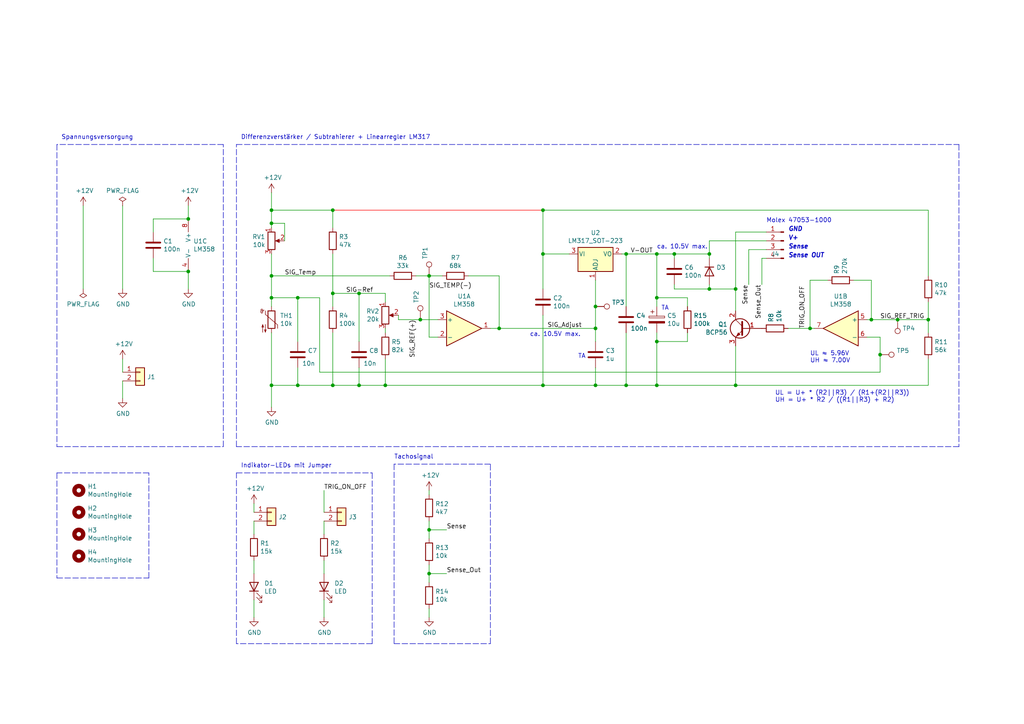
<source format=kicad_sch>
(kicad_sch (version 20211123) (generator eeschema)
  (paper "A4")
  (title_block (title "Analoge Lüftersteuerung") (rev "1") (comment 1 "Kai R."))
  (lib_symbols
    (symbol "Amplifier_Operational:LM358" (pin_names (offset 0.127))
      (property "Reference" "U" (at 0 5.08 0))
      (property "Value" "LM358" (at 0 -5.08 0))
      (symbol "LM358_1_1"
        (polyline (pts (xy -5.08 5.08) (xy 5.08 0) (xy -5.08 -5.08) (xy -5.08 5.08)) (stroke (width 0.254)) (fill (type background)))
        (pin output line (at 7.62 0 180) (length 2.54) (name "~") (number "1"))
        (pin input line (at -7.62 -2.54 0) (length 2.54) (name "-") (number "2"))
        (pin input line (at -7.62 2.54 0) (length 2.54) (name "+") (number "3"))
      )
      (symbol "LM358_2_1"
        (polyline (pts (xy -5.08 5.08) (xy 5.08 0) (xy -5.08 -5.08) (xy -5.08 5.08)) (stroke (width 0.254)) (fill (type background)))
        (pin input line (at -7.62 2.54 0) (length 2.54) (name "+") (number "5"))
        (pin input line (at -7.62 -2.54 0) (length 2.54) (name "-") (number "6"))
        (pin output line (at 7.62 0 180) (length 2.54) (name "~") (number "7"))
      )
      (symbol "LM358_3_1"
        (pin power_in line (at -2.54 -7.62 90) (length 3.81) (name "V-") (number "4"))
        (pin power_in line (at -2.54 7.62 270) (length 3.81) (name "V+") (number "8"))
      )
    )
    (symbol "Connector:Conn_01x04_Male" (pin_names (offset 1.016) hide)
      (property "Reference" "J" (at 0 5.08 0))
      (property "Value" "Conn_01x04_Male" (at 0 -7.62 0))
      (symbol "Conn_01x04_Male_1_1"
        (polyline (pts (xy 1.27 -5.08) (xy 0.8636 -5.08)) (stroke (width 0.1524)))
        (polyline (pts (xy 1.27 -2.54) (xy 0.8636 -2.54)) (stroke (width 0.1524)))
        (polyline (pts (xy 1.27 0) (xy 0.8636 0)) (stroke (width 0.1524)))
        (polyline (pts (xy 1.27 2.54) (xy 0.8636 2.54)) (stroke (width 0.1524)))
        (rectangle (start 0.8636 -4.953) (end 0 -5.207) (stroke (width 0.1524)) (fill (type outline)))
        (rectangle (start 0.8636 -2.413) (end 0 -2.667) (stroke (width 0.1524)) (fill (type outline)))
        (rectangle (start 0.8636 0.127) (end 0 -0.127) (stroke (width 0.1524)) (fill (type outline)))
        (rectangle (start 0.8636 2.667) (end 0 2.413) (stroke (width 0.1524)) (fill (type outline)))
        (pin passive line (at 5.08 2.54 180) (length 3.81) (name "Pin_1") (number "1"))
        (pin passive line (at 5.08 0 180) (length 3.81) (name "Pin_2") (number "2"))
        (pin passive line (at 5.08 -2.54 180) (length 3.81) (name "Pin_3") (number "3"))
        (pin passive line (at 5.08 -5.08 180) (length 3.81) (name "Pin_4") (number "4"))
      )
    )
    (symbol "Connector:TestPoint" (pin_numbers hide) (pin_names (offset 0.762) hide)
      (property "Reference" "TP" (at 0 6.858 0))
      (property "Value" "TestPoint" (at 0 5.08 0))
      (symbol "TestPoint_0_1"
        (circle (center 0 3.302) (radius 0.762))
      )
      (symbol "TestPoint_1_1"
        (pin passive line (at 0 0 90) (length 2.54) (name "1") (number "1"))
      )
    )
    (symbol "Connector_Generic:Conn_01x02" (pin_names (offset 1.016) hide)
      (property "Reference" "J" (at 0 2.54 0))
      (property "Value" "Conn_01x02" (at 0 -5.08 0))
      (symbol "Conn_01x02_1_1"
        (rectangle (start -1.27 -2.413) (end 0 -2.667) (stroke (width 0.1524)))
        (rectangle (start -1.27 0.127) (end 0 -0.127) (stroke (width 0.1524)))
        (rectangle (start -1.27 1.27) (end 1.27 -3.81) (stroke (width 0.254)) (fill (type background)))
        (pin passive line (at -5.08 0 0) (length 3.81) (name "Pin_1") (number "1"))
        (pin passive line (at -5.08 -2.54 0) (length 3.81) (name "Pin_2") (number "2"))
      )
    )
    (symbol "Device:C" (pin_numbers hide) (pin_names (offset 0.254))
      (property "Reference" "C" (at 0.635 2.54 0))
      (property "Value" "C" (at 0.635 -2.54 0))
      (symbol "C_0_1"
        (polyline (pts (xy -2.032 -0.762) (xy 2.032 -0.762)) (stroke (width 0.508)))
        (polyline (pts (xy -2.032 0.762) (xy 2.032 0.762)) (stroke (width 0.508)))
      )
      (symbol "C_1_1"
        (pin passive line (at 0 3.81 270) (length 2.794) (name "~") (number "1"))
        (pin passive line (at 0 -3.81 90) (length 2.794) (name "~") (number "2"))
      )
    )
    (symbol "Device:C_Polarized" (pin_numbers hide) (pin_names (offset 0.254))
      (property "Reference" "C" (at 0.635 2.54 0))
      (property "Value" "C_Polarized" (at 0.635 -2.54 0))
      (symbol "C_Polarized_0_1"
        (rectangle (start -2.286 0.508) (end 2.286 1.016))
        (polyline (pts (xy -1.778 2.286) (xy -0.762 2.286)))
        (polyline (pts (xy -1.27 2.794) (xy -1.27 1.778)))
        (rectangle (start 2.286 -0.508) (end -2.286 -1.016) (fill (type outline)))
      )
      (symbol "C_Polarized_1_1"
        (pin passive line (at 0 3.81 270) (length 2.794) (name "~") (number "1"))
        (pin passive line (at 0 -3.81 90) (length 2.794) (name "~") (number "2"))
      )
    )
    (symbol "Device:LED" (pin_numbers hide) (pin_names (offset 1.016) hide)
      (property "Reference" "D" (at 0 2.54 0))
      (property "Value" "LED" (at 0 -2.54 0))
      (symbol "LED_0_1"
        (polyline (pts (xy -1.27 -1.27) (xy -1.27 1.27)) (stroke (width 0.254)))
        (polyline (pts (xy -1.27 0) (xy 1.27 0)))
        (polyline (pts (xy 1.27 -1.27) (xy 1.27 1.27) (xy -1.27 0) (xy 1.27 -1.27)) (stroke (width 0.254)))
        (polyline (pts (xy -3.048 -0.762) (xy -4.572 -2.286) (xy -3.81 -2.286) (xy -4.572 -2.286) (xy -4.572 -1.524)))
        (polyline (pts (xy -1.778 -0.762) (xy -3.302 -2.286) (xy -2.54 -2.286) (xy -3.302 -2.286) (xy -3.302 -1.524)))
      )
      (symbol "LED_1_1"
        (pin passive line (at -3.81 0 0) (length 2.54) (name "K") (number "1"))
        (pin passive line (at 3.81 0 180) (length 2.54) (name "A") (number "2"))
      )
    )
    (symbol "Device:R" (pin_numbers hide) (pin_names (offset 0))
      (property "Reference" "R" (at 2.032 0 90))
      (property "Value" "R" (at 0 0 90))
      (symbol "R_0_1"
        (rectangle (start -1.016 -2.54) (end 1.016 2.54) (stroke (width 0.254)))
      )
      (symbol "R_1_1"
        (pin passive line (at 0 3.81 270) (length 1.27) (name "~") (number "1"))
        (pin passive line (at 0 -3.81 90) (length 1.27) (name "~") (number "2"))
      )
    )
    (symbol "Device:R_Potentiometer" (pin_names (offset 1.016) hide)
      (property "Reference" "RV" (at -4.445 0 90))
      (property "Value" "R_Potentiometer" (at -2.54 0 90))
      (symbol "R_Potentiometer_0_1"
        (polyline (pts (xy 2.54 0) (xy 1.524 0)))
        (polyline (pts (xy 1.143 0) (xy 2.286 0.508) (xy 2.286 -0.508) (xy 1.143 0)) (fill (type outline)))
        (rectangle (start 1.016 2.54) (end -1.016 -2.54) (stroke (width 0.254)))
      )
      (symbol "R_Potentiometer_1_1"
        (pin passive line (at 0 3.81 270) (length 1.27) (name "1") (number "1"))
        (pin passive line (at 3.81 0 180) (length 1.27) (name "2") (number "2"))
        (pin passive line (at 0 -3.81 90) (length 1.27) (name "3") (number "3"))
      )
    )
    (symbol "Device:Thermistor_NTC" (pin_numbers hide) (pin_names (offset 0))
      (property "Reference" "TH" (at -4.445 0 90))
      (property "Value" "Thermistor_NTC" (at 3.175 0 90))
      (symbol "Thermistor_NTC_0_1"
        (arc (start -3.048 2.159) (mid -3.0505 2.3165) (end -3.175 2.413))
        (arc (start -3.048 2.159) (mid -2.9736 1.9794) (end -2.794 1.905))
        (arc (start -3.048 2.794) (mid -2.9736 2.6144) (end -2.794 2.54))
        (arc (start -2.794 1.905) (mid -2.6144 1.9794) (end -2.54 2.159))
        (arc (start -2.794 2.54) (mid -2.434 2.5608) (end -2.159 2.794))
        (arc (start -2.794 3.048) (mid -2.9736 2.9736) (end -3.048 2.794))
        (arc (start -2.54 2.794) (mid -2.6144 2.9736) (end -2.794 3.048))
        (rectangle (start -1.016 2.54) (end 1.016 -2.54) (stroke (width 0.254)))
        (polyline (pts (xy -2.54 2.159) (xy -2.54 2.794)))
        (polyline (pts (xy -1.778 2.54) (xy -1.778 1.524) (xy 1.778 -1.524) (xy 1.778 -2.54)))
        (polyline (pts (xy -2.54 -3.683) (xy -2.54 -1.397) (xy -2.794 -2.159) (xy -2.286 -2.159) (xy -2.54 -1.397) (xy -2.54 -1.651)) (fill (type outline)))
        (polyline (pts (xy -1.778 -1.397) (xy -1.778 -3.683) (xy -2.032 -2.921) (xy -1.524 -2.921) (xy -1.778 -3.683) (xy -1.778 -3.429)) (fill (type outline)))
      )
      (symbol "Thermistor_NTC_1_1"
        (pin passive line (at 0 3.81 270) (length 1.27) (name "~") (number "1"))
        (pin passive line (at 0 -3.81 90) (length 1.27) (name "~") (number "2"))
      )
    )
    (symbol "Diode:1N4001" (pin_numbers hide) (pin_names (offset 1.016) hide)
      (property "Reference" "D" (at 0 2.54 0))
      (property "Value" "1N4001" (at 0 -2.54 0))
      (symbol "1N4001_0_1"
        (polyline (pts (xy -1.27 1.27) (xy -1.27 -1.27)) (stroke (width 0.254)))
        (polyline (pts (xy 1.27 0) (xy -1.27 0)))
        (polyline (pts (xy 1.27 1.27) (xy 1.27 -1.27) (xy -1.27 0) (xy 1.27 1.27)) (stroke (width 0.254)))
      )
      (symbol "1N4001_1_1"
        (pin passive line (at -3.81 0 0) (length 2.54) (name "K") (number "1"))
        (pin passive line (at 3.81 0 180) (length 2.54) (name "A") (number "2"))
      )
    )
    (symbol "Mechanical:MountingHole" (pin_names (offset 1.016))
      (property "Reference" "H" (at 0 5.08 0))
      (property "Value" "MountingHole" (at 0 3.175 0))
      (symbol "MountingHole_0_1"
        (circle (center 0 0) (radius 1.27) (stroke (width 1.27)))
      )
    )
    (symbol "Regulator_Linear:LM317_SOT-223" (pin_names (offset 0.254))
      (property "Reference" "U" (at -3.81 3.175 0))
      (property "Value" "LM317_SOT-223" (at 0 3.175 0))
      (symbol "LM317_SOT-223_0_1"
        (rectangle (start -5.08 1.905) (end 5.08 -5.08) (stroke (width 0.254)) (fill (type background)))
      )
      (symbol "LM317_SOT-223_1_1"
        (pin input line (at 0 -7.62 90) (length 2.54) (name "ADJ") (number "1"))
        (pin power_out line (at 7.62 0 180) (length 2.54) (name "VO") (number "2"))
        (pin power_in line (at -7.62 0 0) (length 2.54) (name "VI") (number "3"))
      )
    )
    (symbol "Transistor_BJT:BCP56" (pin_names (offset 0) hide)
      (property "Reference" "Q" (at 5.08 1.905 0))
      (property "Value" "BCP56" (at 5.08 0 0))
      (symbol "BCP56_0_1"
        (polyline (pts (xy 0.635 0.635) (xy 2.54 2.54)))
        (polyline (pts (xy 0.635 -0.635) (xy 2.54 -2.54) (xy 2.54 -2.54)))
        (polyline (pts (xy 0.635 1.905) (xy 0.635 -1.905) (xy 0.635 -1.905)) (stroke (width 0.508)))
        (polyline (pts (xy 1.27 -1.778) (xy 1.778 -1.27) (xy 2.286 -2.286) (xy 1.27 -1.778) (xy 1.27 -1.778)) (fill (type outline)))
        (circle (center 1.27 0) (radius 2.8194) (stroke (width 0.254)))
      )
      (symbol "BCP56_1_1"
        (pin input line (at -5.08 0 0) (length 5.715) (name "B") (number "1"))
        (pin passive line (at 2.54 5.08 270) (length 2.54) (name "C") (number "2"))
        (pin passive line (at 2.54 -5.08 90) (length 2.54) (name "E") (number "3"))
        (pin passive line (at 2.54 5.08 270) (length 2.54) hide (name "C") (number "4"))
      )
    )
    (symbol "power:+12V" (power) (pin_names (offset 0))
      (property "Value" "+12V" (at 0 3.556 0))
      (symbol "+12V_0_1"
        (polyline (pts (xy -0.762 1.27) (xy 0 2.54)))
        (polyline (pts (xy 0 0) (xy 0 2.54)))
        (polyline (pts (xy 0 2.54) (xy 0.762 1.27)))
      )
      (symbol "+12V_1_1"
        (pin power_in line (at 0 0 90) (length 0) hide (name "+12V") (number "1"))
      )
    )
    (symbol "power:GND" (power) (pin_names (offset 0))
      (property "Value" "GND" (at 0 -3.81 0))
      (symbol "GND_0_1"
        (polyline (pts (xy 0 0) (xy 0 -1.27) (xy 1.27 -1.27) (xy 0 -2.54) (xy -1.27 -1.27) (xy 0 -1.27)))
      )
      (symbol "GND_1_1"
        (pin power_in line (at 0 0 270) (length 0) hide (name "GND") (number "1"))
      )
    )
    (symbol "power:PWR_FLAG" (power) (pin_numbers hide) (pin_names (offset 0) hide)
      (property "Value" "PWR_FLAG" (at 0 3.81 0))
      (symbol "PWR_FLAG_0_0"
        (pin power_out line (at 0 0 90) (length 0) (name "pwr") (number "1"))
      )
      (symbol "PWR_FLAG_0_1"
        (polyline (pts (xy 0 0) (xy 0 1.27) (xy -1.016 1.905) (xy 0 2.54) (xy 1.016 1.905) (xy 0 1.27)))
      )
    )
  )
  (junction (at 252.73 92.71))
  (junction (at 78.74 111.76))
  (junction (at 96.52 111.76))
  (junction (at 205.74 83.82))
  (junction (at 260.35 92.71))
  (junction (at 255.27 102.87))
  (junction (at 172.72 95.25))
  (junction (at 96.52 60.96))
  (junction (at 86.36 86.36))
  (junction (at 172.72 88.9))
  (junction (at 190.5 111.76))
  (junction (at 172.72 111.76))
  (junction (at 190.5 99.06))
  (junction (at 104.14 85.09))
  (junction (at 181.61 111.76))
  (junction (at 78.74 60.96))
  (junction (at 213.36 83.82))
  (junction (at 190.5 73.66))
  (junction (at 78.74 80.01))
  (junction (at 124.46 166.37))
  (junction (at 157.48 111.76))
  (junction (at 78.74 86.36))
  (junction (at 111.76 111.76))
  (junction (at 181.61 73.66))
  (junction (at 234.95 95.25))
  (junction (at 190.5 86.36))
  (junction (at 157.48 73.66))
  (junction (at 121.92 92.71))
  (junction (at 54.61 63.5))
  (junction (at 144.78 95.25))
  (junction (at 78.74 64.77))
  (junction (at 104.14 111.76))
  (junction (at 54.61 78.74))
  (junction (at 96.52 85.09))
  (junction (at 124.46 153.67))
  (junction (at 157.48 60.96))
  (junction (at 205.74 73.66))
  (junction (at 124.46 80.01))
  (junction (at 86.36 111.76))
  (junction (at 195.58 73.66))
  (junction (at 269.24 92.71))
  (junction (at 213.36 111.76))
  (wire (pts (xy 180.34 73.66) (xy 181.61 73.66)))
  (wire (pts (xy 142.24 95.25) (xy 144.78 95.25)))
  (wire (pts (xy 157.48 83.82) (xy 157.48 73.66)))
  (wire (pts (xy 181.61 73.66) (xy 181.61 88.9)))
  (wire (pts (xy 86.36 99.06) (xy 86.36 86.36)))
  (wire (pts (xy 54.61 59.69) (xy 54.61 63.5)))
  (wire (pts (xy 86.36 111.76) (xy 96.52 111.76)))
  (wire (pts (xy 111.76 95.25) (xy 111.76 96.52)))
  (wire (pts (xy 255.27 102.87) (xy 255.27 97.79)))
  (polyline (pts (xy 278.13 41.91) (xy 278.13 129.54)))
  (wire (pts (xy 252.73 92.71) (xy 260.35 92.71)))
  (wire (pts (xy 124.46 80.01) (xy 128.27 80.01)))
  (wire (pts (xy 129.54 166.37) (xy 124.46 166.37)))
  (wire (pts (xy 73.66 179.07) (xy 73.66 173.99)))
  (wire (pts (xy 205.74 74.93) (xy 205.74 73.66)))
  (wire (pts (xy 199.39 99.06) (xy 190.5 99.06)))
  (polyline (pts (xy 142.24 186.69) (xy 142.24 134.62)))
  (wire (pts (xy 240.03 81.28) (xy 234.95 81.28)))
  (wire (pts (xy 124.46 166.37) (xy 124.46 168.91)))
  (wire (pts (xy 54.61 83.82) (xy 54.61 78.74)))
  (wire (pts (xy 111.76 104.14) (xy 111.76 111.76)))
  (wire (pts (xy 73.66 151.13) (xy 73.66 154.94)))
  (wire (pts (xy 157.48 60.96) (xy 269.24 60.96)))
  (wire (pts (xy 181.61 96.52) (xy 181.61 111.76)))
  (polyline (pts (xy 68.58 129.54) (xy 68.58 41.91)))
  (wire (pts (xy 135.89 80.01) (xy 144.78 80.01)))
  (wire (pts (xy 78.74 111.76) (xy 86.36 111.76)))
  (wire (pts (xy 269.24 111.76) (xy 213.36 111.76)))
  (wire (pts (xy 78.74 80.01) (xy 113.03 80.01)))
  (wire (pts (xy 129.54 153.67) (xy 124.46 153.67)))
  (wire (pts (xy 213.36 67.31) (xy 213.36 83.82)))
  (wire (pts (xy 205.74 69.85) (xy 205.74 73.66)))
  (wire (pts (xy 124.46 97.79) (xy 124.46 80.01)))
  (wire (pts (xy 73.66 146.05) (xy 73.66 148.59)))
  (polyline (pts (xy 16.51 129.54) (xy 64.77 129.54)))
  (wire (pts (xy 217.17 72.39) (xy 222.25 72.39)))
  (wire (pts (xy 260.35 92.71) (xy 269.24 92.71)))
  (wire (pts (xy 78.74 60.96) (xy 96.52 60.96)))
  (wire (pts (xy 269.24 80.01) (xy 269.24 60.96)))
  (wire (pts (xy 96.52 96.52) (xy 96.52 111.76)))
  (wire (pts (xy 269.24 92.71) (xy 269.24 96.52)))
  (wire (pts (xy 172.72 106.68) (xy 172.72 111.76)))
  (wire (pts (xy 96.52 60.96) (xy 157.48 60.96)) (stroke (width 0) (color 255 0 0 1)))
  (wire (pts (xy 78.74 88.9) (xy 78.74 86.36)))
  (wire (pts (xy 111.76 111.76) (xy 157.48 111.76)))
  (polyline (pts (xy 68.58 41.91) (xy 278.13 41.91)))
  (wire (pts (xy 35.56 115.57) (xy 35.56 110.49)))
  (wire (pts (xy 93.98 151.13) (xy 93.98 154.94)))
  (wire (pts (xy 93.98 173.99) (xy 93.98 179.07)))
  (wire (pts (xy 86.36 106.68) (xy 86.36 111.76)))
  (wire (pts (xy 217.17 72.39) (xy 217.17 82.55)))
  (wire (pts (xy 124.46 151.13) (xy 124.46 153.67)))
  (wire (pts (xy 82.55 69.85) (xy 82.55 64.77)))
  (wire (pts (xy 124.46 163.83) (xy 124.46 166.37)))
  (polyline (pts (xy 16.51 167.64) (xy 43.18 167.64)))
  (wire (pts (xy 181.61 73.66) (xy 190.5 73.66)))
  (polyline (pts (xy 68.58 186.69) (xy 68.58 137.16)))
  (wire (pts (xy 124.46 142.24) (xy 124.46 143.51)))
  (wire (pts (xy 111.76 87.63) (xy 111.76 85.09)))
  (wire (pts (xy 172.72 99.06) (xy 172.72 95.25)))
  (wire (pts (xy 78.74 86.36) (xy 78.74 80.01)))
  (wire (pts (xy 195.58 74.93) (xy 195.58 73.66)))
  (wire (pts (xy 78.74 55.88) (xy 78.74 60.96)))
  (wire (pts (xy 213.36 100.33) (xy 213.36 111.76)))
  (wire (pts (xy 172.72 111.76) (xy 181.61 111.76)))
  (wire (pts (xy 144.78 80.01) (xy 144.78 95.25)))
  (wire (pts (xy 213.36 67.31) (xy 222.25 67.31)))
  (wire (pts (xy 44.45 78.74) (xy 54.61 78.74)))
  (wire (pts (xy 252.73 81.28) (xy 252.73 92.71)))
  (polyline (pts (xy 114.3 186.69) (xy 142.24 186.69)))
  (wire (pts (xy 157.48 111.76) (xy 172.72 111.76)))
  (wire (pts (xy 104.14 99.06) (xy 104.14 85.09)))
  (wire (pts (xy 157.48 73.66) (xy 157.48 60.96)))
  (wire (pts (xy 205.74 82.55) (xy 205.74 83.82)))
  (wire (pts (xy 255.27 107.95) (xy 255.27 102.87)))
  (wire (pts (xy 195.58 73.66) (xy 205.74 73.66)))
  (wire (pts (xy 252.73 92.71) (xy 251.46 92.71)))
  (wire (pts (xy 234.95 81.28) (xy 234.95 95.25)))
  (wire (pts (xy 44.45 67.31) (xy 44.45 63.5)))
  (wire (pts (xy 78.74 86.36) (xy 86.36 86.36)))
  (wire (pts (xy 190.5 88.9) (xy 190.5 86.36)))
  (polyline (pts (xy 142.24 134.62) (xy 114.3 134.62)))
  (polyline (pts (xy 64.77 41.91) (xy 16.51 41.91)))
  (wire (pts (xy 104.14 85.09) (xy 96.52 85.09)))
  (wire (pts (xy 195.58 83.82) (xy 205.74 83.82)))
  (wire (pts (xy 44.45 63.5) (xy 54.61 63.5)))
  (wire (pts (xy 111.76 111.76) (xy 104.14 111.76)))
  (wire (pts (xy 78.74 64.77) (xy 78.74 66.04)))
  (wire (pts (xy 78.74 118.11) (xy 78.74 111.76)))
  (wire (pts (xy 269.24 104.14) (xy 269.24 111.76)))
  (wire (pts (xy 195.58 82.55) (xy 195.58 83.82)))
  (wire (pts (xy 124.46 153.67) (xy 124.46 156.21)))
  (polyline (pts (xy 16.51 41.91) (xy 16.51 129.54)))
  (polyline (pts (xy 107.95 137.16) (xy 107.95 186.69)))
  (wire (pts (xy 86.36 86.36) (xy 92.71 86.36)))
  (wire (pts (xy 205.74 83.82) (xy 213.36 83.82)))
  (wire (pts (xy 181.61 111.76) (xy 190.5 111.76)))
  (wire (pts (xy 78.74 111.76) (xy 78.74 96.52)))
  (polyline (pts (xy 64.77 129.54) (xy 64.77 41.91)))
  (wire (pts (xy 220.98 74.93) (xy 222.25 74.93)))
  (wire (pts (xy 92.71 107.95) (xy 255.27 107.95)))
  (wire (pts (xy 124.46 176.53) (xy 124.46 179.07)))
  (wire (pts (xy 115.57 92.71) (xy 115.57 91.44)))
  (wire (pts (xy 104.14 106.68) (xy 104.14 111.76)))
  (wire (pts (xy 35.56 83.82) (xy 35.56 59.69)))
  (wire (pts (xy 172.72 81.28) (xy 172.72 88.9)))
  (wire (pts (xy 96.52 85.09) (xy 96.52 73.66)))
  (wire (pts (xy 199.39 86.36) (xy 190.5 86.36)))
  (polyline (pts (xy 43.18 137.16) (xy 16.51 137.16)))
  (polyline (pts (xy 43.18 167.64) (xy 43.18 137.16)))
  (polyline (pts (xy 114.3 134.62) (xy 114.3 186.69)))
  (wire (pts (xy 199.39 96.52) (xy 199.39 99.06)))
  (wire (pts (xy 96.52 88.9) (xy 96.52 85.09)))
  (wire (pts (xy 269.24 87.63) (xy 269.24 92.71)))
  (wire (pts (xy 24.13 59.69) (xy 24.13 83.82)))
  (wire (pts (xy 120.65 80.01) (xy 124.46 80.01)))
  (wire (pts (xy 213.36 90.17) (xy 213.36 83.82)))
  (wire (pts (xy 93.98 142.24) (xy 93.98 148.59)))
  (wire (pts (xy 190.5 111.76) (xy 213.36 111.76)))
  (wire (pts (xy 199.39 88.9) (xy 199.39 86.36)))
  (wire (pts (xy 220.98 74.93) (xy 220.98 82.55)))
  (polyline (pts (xy 16.51 137.16) (xy 16.51 167.64)))
  (wire (pts (xy 190.5 99.06) (xy 190.5 111.76)))
  (wire (pts (xy 190.5 96.52) (xy 190.5 99.06)))
  (wire (pts (xy 35.56 104.14) (xy 35.56 107.95)))
  (wire (pts (xy 78.74 80.01) (xy 78.74 73.66)))
  (wire (pts (xy 111.76 85.09) (xy 104.14 85.09)))
  (wire (pts (xy 127 97.79) (xy 124.46 97.79)))
  (wire (pts (xy 73.66 162.56) (xy 73.66 166.37)))
  (wire (pts (xy 190.5 86.36) (xy 190.5 73.66)))
  (wire (pts (xy 93.98 162.56) (xy 93.98 166.37)))
  (wire (pts (xy 44.45 74.93) (xy 44.45 78.74)))
  (wire (pts (xy 157.48 73.66) (xy 165.1 73.66)))
  (wire (pts (xy 121.92 92.71) (xy 127 92.71)))
  (wire (pts (xy 78.74 60.96) (xy 78.74 64.77)))
  (wire (pts (xy 228.6 95.25) (xy 234.95 95.25)))
  (wire (pts (xy 82.55 64.77) (xy 78.74 64.77)))
  (polyline (pts (xy 68.58 137.16) (xy 107.95 137.16)))
  (wire (pts (xy 115.57 92.71) (xy 121.92 92.71)))
  (wire (pts (xy 236.22 95.25) (xy 234.95 95.25)))
  (wire (pts (xy 251.46 97.79) (xy 255.27 97.79)))
  (wire (pts (xy 247.65 81.28) (xy 252.73 81.28)))
  (wire (pts (xy 92.71 86.36) (xy 92.71 107.95)))
  (wire (pts (xy 104.14 111.76) (xy 96.52 111.76)))
  (wire (pts (xy 144.78 95.25) (xy 172.72 95.25)))
  (wire (pts (xy 172.72 88.9) (xy 172.72 95.25)))
  (wire (pts (xy 205.74 69.85) (xy 222.25 69.85)))
  (polyline (pts (xy 278.13 129.54) (xy 68.58 129.54)))
  (wire (pts (xy 96.52 66.04) (xy 96.52 60.96)))
  (polyline (pts (xy 107.95 186.69) (xy 68.58 186.69)))
  (wire (pts (xy 157.48 91.44) (xy 157.48 111.76)))
  (wire (pts (xy 190.5 73.66) (xy 195.58 73.66)))
  (text "Spannungsversorgung" (at 17.78 40.64 0) (effects (font (size 1.27 1.27)) (justify left bottom)))
  (text "TA" (at 191.77 90.17 0) (effects (font (size 1.27 1.27)) (justify left bottom)))
  (text "Indikator-LEDs mit Jumper" (at 69.85 135.89 0) (effects (font (size 1.27 1.27)) (justify left bottom)))
  (text "Molex 47053-1000" (at 222.25 64.77 0) (effects (font (size 1.27 1.27)) (justify left bottom)))
  (text "ca. 10.5V max." (at 190.5 72.39 0) (effects (font (size 1.27 1.27)) (justify left bottom)))
  (text "Sense" (at 228.6 72.39 0) (effects (font (size 1.27 1.27) (thickness 0.254) bold italic) (justify left bottom)))
  (text "Sense OUT" (at 228.6 74.93 0) (effects (font (size 1.27 1.27) (thickness 0.254) bold italic) (justify left bottom)))
  (text "UL = U+ * (R2||R3) / (R1+(R2||R3))\nUH = U+ * R2 / ((R1||R3) + R2)" (at 224.79 116.84 0) (effects (font (size 1.27 1.27)) (justify left bottom)))
  (text "TA" (at 167.64 104.14 0) (effects (font (size 1.27 1.27)) (justify left bottom)))
  (text "UL ≈ 5.96V\nUH ≈ 7.00V" (at 234.95 105.41 0) (effects (font (size 1.27 1.27)) (justify left bottom)))
  (text "Differenzverstärker / Subtrahierer + Linearregler LM317" (at 69.85 40.64 0) (effects (font (size 1.27 1.27)) (justify left bottom)))
  (text "GND\n" (at 228.6 67.31 0) (effects (font (size 1.27 1.27) (thickness 0.254) bold italic) (justify left bottom)))
  (text "ca. 10.5V max." (at 153.67 97.79 0) (effects (font (size 1.27 1.27)) (justify left bottom)))
  (text "V+" (at 228.6 69.85 0) (effects (font (size 1.27 1.27) (thickness 0.254) bold italic) (justify left bottom)))
  (text "Tachosignal" (at 114.3 133.35 0) (effects (font (size 1.27 1.27)) (justify left bottom)))
  (label "SIG_REF_TRIG" (at 255.27 92.71 0))
  (label "SIG_REF(+)" (at 120.65 92.71 270))
  (label "SIG_TEMP(-)" (at 124.46 83.82 0))
  (label "Sense_Out" (at 220.98 82.55 270))
  (label "SIG_Temp" (at 82.55 80.01 0))
  (label "SIG_Adjust" (at 158.75 95.25 0))
  (label "Sense" (at 217.17 82.55 270))
  (label "TRIG_ON_OFF" (at 233.68 95.25 90))
  (label "Sense_Out" (at 129.54 166.37 0))
  (label "TRIG_ON_OFF" (at 93.98 142.24 0))
  (label "V-OUT" (at 182.88 73.66 0))
  (label "SIG-Ref" (at 100.33 85.09 0))
  (label "Sense" (at 129.54 153.67 0))
  (symbol (lib_id "Regulator_Linear:LM317_SOT-223") (at 172.72 73.66 0) (unit 1)
    (property "Reference" "U2" (at 172.72 67.5132 0))
    (property "Value" "LM317_SOT-223" (at 172.72 69.8246 0))
    (property "Footprint" "Package_TO_SOT_SMD:SOT-223-3_TabPin2" (effects hide))
    (property "Datasheet" "http://www.ti.com/lit/ds/symlink/lm317.pdf" (effects hide))
  )
  (symbol (lib_id "Device:C") (at 157.48 87.63 0) (unit 1)
    (property "Reference" "C2" (at 160.401 86.4616 0) (effects (justify left)))
    (property "Value" "100n" (at 160.401 88.773 0) (effects (justify left)))
    (property "Footprint" "Capacitor_SMD:C_1206_3216Metric_Pad1.33x1.80mm_HandSolder" (effects hide))
  )
  (symbol (lib_id "Device:C") (at 172.72 102.87 0) (unit 1)
    (property "Reference" "C3" (at 175.641 101.7016 0) (effects (justify left)))
    (property "Value" "1u" (at 175.641 104.013 0) (effects (justify left)))
    (property "Footprint" "Capacitor_SMD:C_1206_3216Metric_Pad1.33x1.80mm_HandSolder" (effects hide))
  )
  (symbol (lib_id "Device:C") (at 181.61 92.71 0) (unit 1)
    (property "Reference" "C4" (at 184.531 91.5416 0) (effects (justify left)))
    (property "Value" "100n" (at 182.88 95.25 0) (effects (justify left)))
    (property "Footprint" "Capacitor_SMD:C_1206_3216Metric_Pad1.33x1.80mm_HandSolder" (effects hide))
  )
  (symbol (lib_id "Connector:Conn_01x04_Male") (at 227.33 69.85 0) (mirror y) (unit 1)
    (property "Reference" "J4" (at 226.06 73.66 0) (effects (justify left)))
    (property "Value" "Conn_01x04_Male" (effects hide))
    (property "Footprint" "Connector:FanPinHeader_1x04_P2.54mm_Vertical" (effects hide))
  )
  (symbol (lib_id "Amplifier_Operational:LM358") (at 134.62 95.25 0) (unit 1)
    (property "Reference" "U1" (at 134.62 85.9282 0))
    (property "Value" "LM358" (at 134.62 88.2396 0))
    (property "Footprint" "Package_DIP:DIP-8_W7.62mm_LongPads" (effects hide))
    (property "Datasheet" "http://www.ti.com/lit/ds/symlink/lm2904-n.pdf" (effects hide))
  )
  (symbol (lib_id "Amplifier_Operational:LM358") (at 57.15 71.12 0) (unit 3)
    (property "Reference" "U1" (at 56.0832 69.9516 0) (effects (justify left)))
    (property "Value" "LM358" (at 56.0832 72.263 0) (effects (justify left)))
    (property "Footprint" "Package_DIP:DIP-8_W7.62mm_LongPads" (effects hide))
    (property "Datasheet" "http://www.ti.com/lit/ds/symlink/lm2904-n.pdf" (effects hide))
  )
  (symbol (lib_id "Device:R") (at 116.84 80.01 90) (mirror x) (unit 1)
    (property "Reference" "R6" (at 116.84 74.7522 90))
    (property "Value" "33k" (at 116.84 77.0636 90))
    (property "Footprint" "Resistor_SMD:R_1206_3216Metric_Pad1.30x1.75mm_HandSolder" (effects hide))
  )
  (symbol (lib_id "Device:R_Potentiometer") (at 78.74 69.85 0) (unit 1)
    (property "Reference" "RV1" (at 76.962 68.6816 0) (effects (justify right)))
    (property "Value" "10k" (at 76.962 70.993 0) (effects (justify right)))
    (property "Footprint" "Potentiometer_THT:Potentiometer_Bourns_3296W_Vertical" (effects hide))
  )
  (symbol (lib_id "Device:R_Potentiometer") (at 111.76 91.44 0) (unit 1)
    (property "Reference" "RV2" (at 110.0074 90.2716 0) (effects (justify right)))
    (property "Value" "20k" (at 110.0074 92.583 0) (effects (justify right)))
    (property "Footprint" "Potentiometer_THT:Potentiometer_Bourns_3296W_Vertical" (effects hide))
  )
  (symbol (lib_id "Device:Thermistor_NTC") (at 78.74 92.71 0) (unit 1)
    (property "Reference" "TH1" (at 81.2038 91.5416 0) (effects (justify left)))
    (property "Value" "10k" (at 81.2038 93.853 0) (effects (justify left)))
    (property "Footprint" "Connector_JST:JST_XH_B2B-XH-A_1x02_P2.50mm_Vertical" (effects hide))
  )
  (symbol (lib_id "power:+12V") (at 78.74 55.88 0) (unit 1)
    (property "Reference" "#PWR08" (effects hide))
    (property "Value" "+12V" (at 79.121 51.4858 0))
  )
  (symbol (lib_id "Device:R") (at 96.52 69.85 0) (unit 1)
    (property "Reference" "R3" (at 98.298 68.6816 0) (effects (justify left)))
    (property "Value" "47k" (at 98.298 70.993 0) (effects (justify left)))
    (property "Footprint" "Resistor_SMD:R_1206_3216Metric_Pad1.30x1.75mm_HandSolder" (effects hide))
  )
  (symbol (lib_id "Device:R") (at 96.52 92.71 0) (unit 1)
    (property "Reference" "R4" (at 98.298 91.5416 0) (effects (justify left)))
    (property "Value" "100k" (at 98.298 93.853 0) (effects (justify left)))
    (property "Footprint" "Resistor_SMD:R_1206_3216Metric_Pad1.30x1.75mm_HandSolder" (effects hide))
  )
  (symbol (lib_id "power:GND") (at 78.74 118.11 0) (unit 1)
    (property "Reference" "#PWR09" (effects hide))
    (property "Value" "GND" (at 78.867 122.5042 0))
  )
  (symbol (lib_id "power:+12V") (at 54.61 59.69 0) (unit 1)
    (property "Reference" "#PWR05" (effects hide))
    (property "Value" "+12V" (at 54.991 55.2958 0))
  )
  (symbol (lib_id "power:GND") (at 54.61 83.82 0) (unit 1)
    (property "Reference" "#PWR06" (effects hide))
    (property "Value" "GND" (at 54.737 88.2142 0))
  )
  (symbol (lib_id "power:PWR_FLAG") (at 24.13 83.82 180) (unit 1)
    (property "Reference" "#FLG01" (effects hide))
    (property "Value" "PWR_FLAG" (at 24.13 88.2142 0))
  )
  (symbol (lib_id "power:PWR_FLAG") (at 35.56 59.69 0) (unit 1)
    (property "Reference" "#FLG02" (effects hide))
    (property "Value" "PWR_FLAG" (at 35.56 55.2958 0))
  )
  (symbol (lib_id "power:GND") (at 35.56 83.82 0) (unit 1)
    (property "Reference" "#PWR02" (effects hide))
    (property "Value" "GND" (at 35.687 88.2142 0))
  )
  (symbol (lib_id "power:+12V") (at 24.13 59.69 0) (unit 1)
    (property "Reference" "#PWR01" (effects hide))
    (property "Value" "+12V" (at 24.511 55.2958 0))
  )
  (symbol (lib_id "Amplifier_Operational:LM358") (at 243.84 95.25 0) (mirror y) (unit 2)
    (property "Reference" "U1" (at 243.84 85.9282 0))
    (property "Value" "LM358" (at 243.84 88.2396 0))
    (property "Footprint" "Package_DIP:DIP-8_W7.62mm_LongPads" (effects hide))
    (property "Datasheet" "http://www.ti.com/lit/ds/symlink/lm2904-n.pdf" (effects hide))
  )
  (symbol (lib_id "Diode:1N4001") (at 205.74 78.74 270) (unit 1)
    (property "Reference" "D3" (at 207.772 77.5716 90) (effects (justify left)))
    (property "Value" "1N4001" (effects hide))
    (property "Footprint" "Diode_THT:D_DO-41_SOD81_P10.16mm_Horizontal" (effects hide))
    (property "Datasheet" "http://www.vishay.com/docs/88503/1n4001.pdf" (effects hide))
  )
  (symbol (lib_id "Device:R") (at 224.79 95.25 90) (unit 1)
    (property "Reference" "R8" (at 223.6216 93.472 0) (effects (justify left)))
    (property "Value" "10k" (at 225.933 93.472 0) (effects (justify left)))
    (property "Footprint" "Resistor_SMD:R_1206_3216Metric_Pad1.30x1.75mm_HandSolder" (effects hide))
  )
  (symbol (lib_id "Transistor_BJT:BCP56") (at 215.9 95.25 0) (mirror y) (unit 1)
    (property "Reference" "Q1" (at 211.0486 94.0816 0) (effects (justify left)))
    (property "Value" "BCP56" (at 211.0486 96.393 0) (effects (justify left)))
    (property "Footprint" "Package_TO_SOT_SMD:SOT-223-3_TabPin2" (effects hide))
    (property "Datasheet" "http://cache.nxp.com/documents/data_sheet/BCP56_BCX56_BC56PA.pdf?pspll=1" (effects hide))
  )
  (symbol (lib_id "Device:R") (at 269.24 83.82 0) (unit 1)
    (property "Reference" "R10" (at 271.018 82.6516 0) (effects (justify left)))
    (property "Value" "47k" (at 271.018 84.963 0) (effects (justify left)))
    (property "Footprint" "Resistor_SMD:R_1206_3216Metric_Pad1.30x1.75mm_HandSolder" (effects hide))
  )
  (symbol (lib_id "Device:R") (at 269.24 100.33 0) (unit 1)
    (property "Reference" "R11" (at 271.018 99.1616 0) (effects (justify left)))
    (property "Value" "56k" (at 271.018 101.473 0) (effects (justify left)))
    (property "Footprint" "Resistor_SMD:R_1206_3216Metric_Pad1.30x1.75mm_HandSolder" (effects hide))
  )
  (symbol (lib_id "Device:R") (at 243.84 81.28 90) (unit 1)
    (property "Reference" "R9" (at 242.6716 79.502 0) (effects (justify left)))
    (property "Value" "270k" (at 244.983 79.502 0) (effects (justify left)))
    (property "Footprint" "Resistor_SMD:R_1206_3216Metric_Pad1.30x1.75mm_HandSolder" (effects hide))
  )
  (symbol (lib_id "Device:C") (at 44.45 71.12 0) (unit 1)
    (property "Reference" "C1" (at 47.371 69.9516 0) (effects (justify left)))
    (property "Value" "100n" (at 47.371 72.263 0) (effects (justify left)))
    (property "Footprint" "Capacitor_SMD:C_1206_3216Metric_Pad1.33x1.80mm_HandSolder" (effects hide))
  )
  (symbol (lib_id "Connector_Generic:Conn_01x02") (at 78.74 148.59 0) (unit 1)
    (property "Reference" "J2" (at 80.772 149.9616 0) (effects (justify left)))
    (property "Value" "Conn_01x02" (effects hide))
    (property "Footprint" "Connector_PinHeader_2.54mm:PinHeader_1x02_P2.54mm_Vertical" (effects hide))
  )
  (symbol (lib_id "Device:R") (at 73.66 158.75 180) (unit 1)
    (property "Reference" "R1" (at 75.438 157.5816 0) (effects (justify right)))
    (property "Value" "15k" (at 75.438 159.893 0) (effects (justify right)))
    (property "Footprint" "Resistor_SMD:R_1206_3216Metric_Pad1.30x1.75mm_HandSolder" (effects hide))
  )
  (symbol (lib_id "Device:LED") (at 73.66 170.18 90) (unit 1)
    (property "Reference" "D1" (at 76.6572 169.1894 90) (effects (justify right)))
    (property "Value" "LED" (at 76.6572 171.5008 90) (effects (justify right)))
    (property "Footprint" "LED_SMD:LED_1206_3216Metric_Pad1.42x1.75mm_HandSolder" (effects hide))
  )
  (symbol (lib_id "Connector_Generic:Conn_01x02") (at 40.64 107.95 0) (unit 1)
    (property "Reference" "J1" (at 42.672 109.3216 0) (effects (justify left)))
    (property "Value" "Conn_01x02" (effects hide))
    (property "Footprint" "TerminalBlock_RND:TerminalBlock_RND_205-00232_1x02_P5.08mm_Horizontal" (effects hide))
  )
  (symbol (lib_id "power:+12V") (at 35.56 104.14 0) (unit 1)
    (property "Reference" "#PWR03" (effects hide))
    (property "Value" "+12V" (at 35.941 99.7458 0))
  )
  (symbol (lib_id "power:GND") (at 35.56 115.57 0) (unit 1)
    (property "Reference" "#PWR04" (effects hide))
    (property "Value" "GND" (at 35.687 119.9642 0))
  )
  (symbol (lib_id "Mechanical:MountingHole") (at 22.86 142.24 0) (unit 1)
    (property "Reference" "H1" (at 25.4 141.0716 0) (effects (justify left)))
    (property "Value" "MountingHole" (at 25.4 143.383 0) (effects (justify left)))
    (property "Footprint" "MountingHole:MountingHole_2.5mm_Pad" (effects hide))
  )
  (symbol (lib_id "Mechanical:MountingHole") (at 22.86 148.59 0) (unit 1)
    (property "Reference" "H2" (at 25.4 147.4216 0) (effects (justify left)))
    (property "Value" "MountingHole" (at 25.4 149.733 0) (effects (justify left)))
    (property "Footprint" "MountingHole:MountingHole_2.5mm_Pad" (effects hide))
  )
  (symbol (lib_id "Mechanical:MountingHole") (at 22.86 154.94 0) (unit 1)
    (property "Reference" "H3" (at 25.4 153.7716 0) (effects (justify left)))
    (property "Value" "MountingHole" (at 25.4 156.083 0) (effects (justify left)))
    (property "Footprint" "MountingHole:MountingHole_2.5mm_Pad" (effects hide))
  )
  (symbol (lib_id "Mechanical:MountingHole") (at 22.86 161.29 0) (unit 1)
    (property "Reference" "H4" (at 25.4 160.1216 0) (effects (justify left)))
    (property "Value" "MountingHole" (at 25.4 162.433 0) (effects (justify left)))
    (property "Footprint" "MountingHole:MountingHole_2.5mm_Pad" (effects hide))
  )
  (symbol (lib_id "Connector:TestPoint") (at 255.27 102.87 270) (unit 1)
    (property "Reference" "TP5" (at 260.0452 101.7016 90) (effects (justify left)))
    (property "Value" "TestPoint" (effects hide))
    (property "Footprint" "TestPoint:TestPoint_THTPad_1.0x1.0mm_Drill0.5mm" (effects hide))
  )
  (symbol (lib_id "Connector:TestPoint") (at 260.35 92.71 180) (unit 1)
    (property "Reference" "TP4" (at 265.43 95.25 0) (effects (justify left)))
    (property "Value" "TestPoint" (effects hide))
    (property "Footprint" "TestPoint:TestPoint_THTPad_1.0x1.0mm_Drill0.5mm" (effects hide))
  )
  (symbol (lib_id "Device:C_Polarized") (at 190.5 92.71 0) (unit 1)
    (property "Reference" "C5" (at 193.4972 91.5416 0) (effects (justify left)))
    (property "Value" "10u" (at 193.4972 93.853 0) (effects (justify left)))
    (property "Footprint" "Capacitor_Tantalum_SMD:CP_EIA-6032-28_Kemet-C_Pad2.25x2.35mm_HandSolder" (effects hide))
  )
  (symbol (lib_id "Connector:TestPoint") (at 172.72 88.9 270) (unit 1)
    (property "Reference" "TP3" (at 177.4952 87.7316 90) (effects (justify left)))
    (property "Value" "TestPoint" (effects hide))
    (property "Footprint" "TestPoint:TestPoint_THTPad_1.0x1.0mm_Drill0.5mm" (effects hide))
  )
  (symbol (lib_id "Device:R") (at 132.08 80.01 270) (unit 1)
    (property "Reference" "R7" (at 132.08 74.7522 90))
    (property "Value" "68k" (at 132.08 77.0636 90))
    (property "Footprint" "Resistor_SMD:R_1206_3216Metric_Pad1.30x1.75mm_HandSolder" (effects hide))
  )
  (symbol (lib_id "Connector:TestPoint") (at 121.92 92.71 0) (unit 1)
    (property "Reference" "TP2" (at 120.7516 87.9348 90) (effects (justify left)))
    (property "Value" "TestPoint" (effects hide))
    (property "Footprint" "TestPoint:TestPoint_THTPad_1.0x1.0mm_Drill0.5mm" (effects hide))
  )
  (symbol (lib_id "Connector:TestPoint") (at 124.46 80.01 0) (unit 1)
    (property "Reference" "TP1" (at 123.2916 75.2348 90) (effects (justify left)))
    (property "Value" "TestPoint" (effects hide))
    (property "Footprint" "TestPoint:TestPoint_THTPad_1.0x1.0mm_Drill0.5mm" (effects hide))
  )
  (symbol (lib_id "Device:R") (at 111.76 100.33 0) (unit 1)
    (property "Reference" "R5" (at 113.538 99.1616 0) (effects (justify left)))
    (property "Value" "82k" (at 113.538 101.473 0) (effects (justify left)))
    (property "Footprint" "Resistor_SMD:R_1206_3216Metric_Pad1.30x1.75mm_HandSolder" (effects hide))
  )
  (symbol (lib_id "Connector_Generic:Conn_01x02") (at 99.06 148.59 0) (unit 1)
    (property "Reference" "J3" (at 101.092 149.9616 0) (effects (justify left)))
    (property "Value" "Conn_01x02" (effects hide))
    (property "Footprint" "Connector_PinHeader_2.54mm:PinHeader_1x02_P2.54mm_Vertical" (effects hide))
  )
  (symbol (lib_id "Device:R") (at 93.98 158.75 180) (unit 1)
    (property "Reference" "R2" (at 95.758 157.5816 0) (effects (justify right)))
    (property "Value" "15k" (at 95.758 159.893 0) (effects (justify right)))
    (property "Footprint" "Resistor_SMD:R_1206_3216Metric_Pad1.30x1.75mm_HandSolder" (effects hide))
  )
  (symbol (lib_id "Device:R") (at 124.46 147.32 0) (unit 1)
    (property "Reference" "R12" (at 126.238 146.1516 0) (effects (justify left)))
    (property "Value" "4k7" (at 126.238 148.463 0) (effects (justify left)))
    (property "Footprint" "Resistor_SMD:R_1206_3216Metric_Pad1.30x1.75mm_HandSolder" (effects hide))
  )
  (symbol (lib_id "Device:R") (at 124.46 160.02 0) (unit 1)
    (property "Reference" "R13" (at 126.238 158.8516 0) (effects (justify left)))
    (property "Value" "10k" (at 126.238 161.163 0) (effects (justify left)))
    (property "Footprint" "Resistor_SMD:R_1206_3216Metric_Pad1.30x1.75mm_HandSolder" (effects hide))
  )
  (symbol (lib_id "Device:R") (at 124.46 172.72 0) (unit 1)
    (property "Reference" "R14" (at 126.238 171.5516 0) (effects (justify left)))
    (property "Value" "10k" (at 126.238 173.863 0) (effects (justify left)))
    (property "Footprint" "Resistor_SMD:R_1206_3216Metric_Pad1.30x1.75mm_HandSolder" (effects hide))
  )
  (symbol (lib_id "power:GND") (at 124.46 179.07 0) (unit 1)
    (property "Reference" "#PWR012" (effects hide))
    (property "Value" "GND" (at 124.587 183.4642 0))
  )
  (symbol (lib_id "power:+12V") (at 124.46 142.24 0) (unit 1)
    (property "Reference" "#PWR011" (effects hide))
    (property "Value" "+12V" (at 124.841 137.8458 0))
  )
  (symbol (lib_id "power:GND") (at 73.66 179.07 0) (unit 1)
    (property "Reference" "#PWR07" (effects hide))
    (property "Value" "GND" (at 73.787 183.4642 0))
  )
  (symbol (lib_id "Device:LED") (at 93.98 170.18 90) (unit 1)
    (property "Reference" "D2" (at 96.9772 169.1894 90) (effects (justify right)))
    (property "Value" "LED" (at 96.9772 171.5008 90) (effects (justify right)))
    (property "Footprint" "LED_SMD:LED_1206_3216Metric_Pad1.42x1.75mm_HandSolder" (effects hide))
  )
  (symbol (lib_id "power:GND") (at 93.98 179.07 0) (unit 1)
    (property "Reference" "#PWR010" (effects hide))
    (property "Value" "GND" (at 94.107 183.4642 0))
  )
  (symbol (lib_id "Device:C") (at 195.58 78.74 0) (unit 1)
    (property "Reference" "C6" (at 198.501 77.5716 0) (effects (justify left)))
    (property "Value" "100n" (at 198.501 79.883 0) (effects (justify left)))
    (property "Footprint" "Capacitor_SMD:C_1206_3216Metric_Pad1.33x1.80mm_HandSolder" (effects hide))
  )
  (symbol (lib_id "Device:C") (at 86.36 102.87 0) (unit 1)
    (property "Reference" "C7" (at 89.281 101.7016 0) (effects (justify left)))
    (property "Value" "10n" (at 87.63 105.41 0) (effects (justify left)))
    (property "Footprint" "Capacitor_SMD:C_1206_3216Metric_Pad1.33x1.80mm_HandSolder" (effects hide))
  )
  (symbol (lib_id "Device:C") (at 104.14 102.87 0) (unit 1)
    (property "Reference" "C8" (at 107.061 101.7016 0) (effects (justify left)))
    (property "Value" "10n" (at 105.41 105.41 0) (effects (justify left)))
    (property "Footprint" "Capacitor_SMD:C_1206_3216Metric_Pad1.33x1.80mm_HandSolder" (effects hide))
  )
  (symbol (lib_id "Device:R") (at 199.39 92.71 0) (unit 1)
    (property "Reference" "R15" (at 201.168 91.5416 0) (effects (justify left)))
    (property "Value" "100k" (at 201.168 93.853 0) (effects (justify left)))
    (property "Footprint" "Resistor_SMD:R_1206_3216Metric_Pad1.30x1.75mm_HandSolder" (effects hide))
  )
  (symbol (lib_id "power:+12V") (at 73.66 146.05 0) (unit 1)
    (property "Reference" "#PWR0101" (effects hide))
    (property "Value" "+12V" (at 74.041 141.6558 0))
  )
)
</source>
